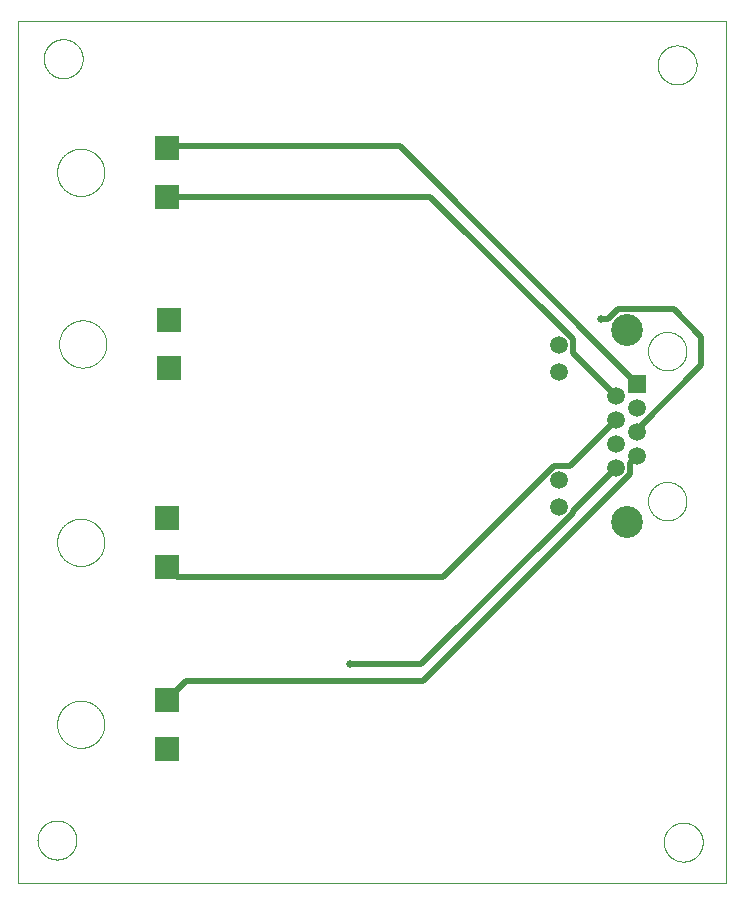
<source format=gtl>
G75*
%MOIN*%
%OFA0B0*%
%FSLAX25Y25*%
%IPPOS*%
%LPD*%
%AMOC8*
5,1,8,0,0,1.08239X$1,22.5*
%
%ADD10C,0.00000*%
%ADD11R,0.05937X0.05937*%
%ADD12C,0.05937*%
%ADD13C,0.10630*%
%ADD14R,0.08268X0.08268*%
%ADD15C,0.02000*%
%ADD16C,0.02578*%
D10*
X0005000Y0001000D02*
X0005000Y0288402D01*
X0241220Y0288402D01*
X0241220Y0001000D01*
X0005000Y0001000D01*
X0011591Y0015469D02*
X0011593Y0015630D01*
X0011599Y0015790D01*
X0011609Y0015951D01*
X0011623Y0016111D01*
X0011641Y0016271D01*
X0011662Y0016430D01*
X0011688Y0016589D01*
X0011718Y0016747D01*
X0011751Y0016904D01*
X0011789Y0017061D01*
X0011830Y0017216D01*
X0011875Y0017370D01*
X0011924Y0017523D01*
X0011977Y0017675D01*
X0012033Y0017826D01*
X0012094Y0017975D01*
X0012157Y0018123D01*
X0012225Y0018269D01*
X0012296Y0018413D01*
X0012370Y0018555D01*
X0012448Y0018696D01*
X0012530Y0018834D01*
X0012615Y0018971D01*
X0012703Y0019105D01*
X0012795Y0019237D01*
X0012890Y0019367D01*
X0012988Y0019495D01*
X0013089Y0019620D01*
X0013193Y0019742D01*
X0013300Y0019862D01*
X0013410Y0019979D01*
X0013523Y0020094D01*
X0013639Y0020205D01*
X0013758Y0020314D01*
X0013879Y0020419D01*
X0014003Y0020522D01*
X0014129Y0020622D01*
X0014257Y0020718D01*
X0014388Y0020811D01*
X0014522Y0020901D01*
X0014657Y0020988D01*
X0014795Y0021071D01*
X0014934Y0021151D01*
X0015076Y0021227D01*
X0015219Y0021300D01*
X0015364Y0021369D01*
X0015511Y0021435D01*
X0015659Y0021497D01*
X0015809Y0021555D01*
X0015960Y0021610D01*
X0016113Y0021661D01*
X0016267Y0021708D01*
X0016422Y0021751D01*
X0016578Y0021790D01*
X0016734Y0021826D01*
X0016892Y0021857D01*
X0017050Y0021885D01*
X0017209Y0021909D01*
X0017369Y0021929D01*
X0017529Y0021945D01*
X0017689Y0021957D01*
X0017850Y0021965D01*
X0018011Y0021969D01*
X0018171Y0021969D01*
X0018332Y0021965D01*
X0018493Y0021957D01*
X0018653Y0021945D01*
X0018813Y0021929D01*
X0018973Y0021909D01*
X0019132Y0021885D01*
X0019290Y0021857D01*
X0019448Y0021826D01*
X0019604Y0021790D01*
X0019760Y0021751D01*
X0019915Y0021708D01*
X0020069Y0021661D01*
X0020222Y0021610D01*
X0020373Y0021555D01*
X0020523Y0021497D01*
X0020671Y0021435D01*
X0020818Y0021369D01*
X0020963Y0021300D01*
X0021106Y0021227D01*
X0021248Y0021151D01*
X0021387Y0021071D01*
X0021525Y0020988D01*
X0021660Y0020901D01*
X0021794Y0020811D01*
X0021925Y0020718D01*
X0022053Y0020622D01*
X0022179Y0020522D01*
X0022303Y0020419D01*
X0022424Y0020314D01*
X0022543Y0020205D01*
X0022659Y0020094D01*
X0022772Y0019979D01*
X0022882Y0019862D01*
X0022989Y0019742D01*
X0023093Y0019620D01*
X0023194Y0019495D01*
X0023292Y0019367D01*
X0023387Y0019237D01*
X0023479Y0019105D01*
X0023567Y0018971D01*
X0023652Y0018834D01*
X0023734Y0018696D01*
X0023812Y0018555D01*
X0023886Y0018413D01*
X0023957Y0018269D01*
X0024025Y0018123D01*
X0024088Y0017975D01*
X0024149Y0017826D01*
X0024205Y0017675D01*
X0024258Y0017523D01*
X0024307Y0017370D01*
X0024352Y0017216D01*
X0024393Y0017061D01*
X0024431Y0016904D01*
X0024464Y0016747D01*
X0024494Y0016589D01*
X0024520Y0016430D01*
X0024541Y0016271D01*
X0024559Y0016111D01*
X0024573Y0015951D01*
X0024583Y0015790D01*
X0024589Y0015630D01*
X0024591Y0015469D01*
X0024589Y0015308D01*
X0024583Y0015148D01*
X0024573Y0014987D01*
X0024559Y0014827D01*
X0024541Y0014667D01*
X0024520Y0014508D01*
X0024494Y0014349D01*
X0024464Y0014191D01*
X0024431Y0014034D01*
X0024393Y0013877D01*
X0024352Y0013722D01*
X0024307Y0013568D01*
X0024258Y0013415D01*
X0024205Y0013263D01*
X0024149Y0013112D01*
X0024088Y0012963D01*
X0024025Y0012815D01*
X0023957Y0012669D01*
X0023886Y0012525D01*
X0023812Y0012383D01*
X0023734Y0012242D01*
X0023652Y0012104D01*
X0023567Y0011967D01*
X0023479Y0011833D01*
X0023387Y0011701D01*
X0023292Y0011571D01*
X0023194Y0011443D01*
X0023093Y0011318D01*
X0022989Y0011196D01*
X0022882Y0011076D01*
X0022772Y0010959D01*
X0022659Y0010844D01*
X0022543Y0010733D01*
X0022424Y0010624D01*
X0022303Y0010519D01*
X0022179Y0010416D01*
X0022053Y0010316D01*
X0021925Y0010220D01*
X0021794Y0010127D01*
X0021660Y0010037D01*
X0021525Y0009950D01*
X0021387Y0009867D01*
X0021248Y0009787D01*
X0021106Y0009711D01*
X0020963Y0009638D01*
X0020818Y0009569D01*
X0020671Y0009503D01*
X0020523Y0009441D01*
X0020373Y0009383D01*
X0020222Y0009328D01*
X0020069Y0009277D01*
X0019915Y0009230D01*
X0019760Y0009187D01*
X0019604Y0009148D01*
X0019448Y0009112D01*
X0019290Y0009081D01*
X0019132Y0009053D01*
X0018973Y0009029D01*
X0018813Y0009009D01*
X0018653Y0008993D01*
X0018493Y0008981D01*
X0018332Y0008973D01*
X0018171Y0008969D01*
X0018011Y0008969D01*
X0017850Y0008973D01*
X0017689Y0008981D01*
X0017529Y0008993D01*
X0017369Y0009009D01*
X0017209Y0009029D01*
X0017050Y0009053D01*
X0016892Y0009081D01*
X0016734Y0009112D01*
X0016578Y0009148D01*
X0016422Y0009187D01*
X0016267Y0009230D01*
X0016113Y0009277D01*
X0015960Y0009328D01*
X0015809Y0009383D01*
X0015659Y0009441D01*
X0015511Y0009503D01*
X0015364Y0009569D01*
X0015219Y0009638D01*
X0015076Y0009711D01*
X0014934Y0009787D01*
X0014795Y0009867D01*
X0014657Y0009950D01*
X0014522Y0010037D01*
X0014388Y0010127D01*
X0014257Y0010220D01*
X0014129Y0010316D01*
X0014003Y0010416D01*
X0013879Y0010519D01*
X0013758Y0010624D01*
X0013639Y0010733D01*
X0013523Y0010844D01*
X0013410Y0010959D01*
X0013300Y0011076D01*
X0013193Y0011196D01*
X0013089Y0011318D01*
X0012988Y0011443D01*
X0012890Y0011571D01*
X0012795Y0011701D01*
X0012703Y0011833D01*
X0012615Y0011967D01*
X0012530Y0012104D01*
X0012448Y0012242D01*
X0012370Y0012383D01*
X0012296Y0012525D01*
X0012225Y0012669D01*
X0012157Y0012815D01*
X0012094Y0012963D01*
X0012033Y0013112D01*
X0011977Y0013263D01*
X0011924Y0013415D01*
X0011875Y0013568D01*
X0011830Y0013722D01*
X0011789Y0013877D01*
X0011751Y0014034D01*
X0011718Y0014191D01*
X0011688Y0014349D01*
X0011662Y0014508D01*
X0011641Y0014667D01*
X0011623Y0014827D01*
X0011609Y0014987D01*
X0011599Y0015148D01*
X0011593Y0015308D01*
X0011591Y0015469D01*
X0018110Y0054051D02*
X0018112Y0054244D01*
X0018119Y0054437D01*
X0018131Y0054630D01*
X0018148Y0054823D01*
X0018169Y0055015D01*
X0018195Y0055206D01*
X0018226Y0055397D01*
X0018261Y0055587D01*
X0018301Y0055776D01*
X0018346Y0055964D01*
X0018395Y0056151D01*
X0018449Y0056337D01*
X0018507Y0056521D01*
X0018570Y0056704D01*
X0018638Y0056885D01*
X0018709Y0057064D01*
X0018786Y0057242D01*
X0018866Y0057418D01*
X0018951Y0057591D01*
X0019040Y0057763D01*
X0019133Y0057932D01*
X0019230Y0058099D01*
X0019332Y0058264D01*
X0019437Y0058426D01*
X0019546Y0058585D01*
X0019660Y0058742D01*
X0019777Y0058895D01*
X0019897Y0059046D01*
X0020022Y0059194D01*
X0020150Y0059339D01*
X0020281Y0059480D01*
X0020416Y0059619D01*
X0020555Y0059754D01*
X0020696Y0059885D01*
X0020841Y0060013D01*
X0020989Y0060138D01*
X0021140Y0060258D01*
X0021293Y0060375D01*
X0021450Y0060489D01*
X0021609Y0060598D01*
X0021771Y0060703D01*
X0021936Y0060805D01*
X0022103Y0060902D01*
X0022272Y0060995D01*
X0022444Y0061084D01*
X0022617Y0061169D01*
X0022793Y0061249D01*
X0022971Y0061326D01*
X0023150Y0061397D01*
X0023331Y0061465D01*
X0023514Y0061528D01*
X0023698Y0061586D01*
X0023884Y0061640D01*
X0024071Y0061689D01*
X0024259Y0061734D01*
X0024448Y0061774D01*
X0024638Y0061809D01*
X0024829Y0061840D01*
X0025020Y0061866D01*
X0025212Y0061887D01*
X0025405Y0061904D01*
X0025598Y0061916D01*
X0025791Y0061923D01*
X0025984Y0061925D01*
X0026177Y0061923D01*
X0026370Y0061916D01*
X0026563Y0061904D01*
X0026756Y0061887D01*
X0026948Y0061866D01*
X0027139Y0061840D01*
X0027330Y0061809D01*
X0027520Y0061774D01*
X0027709Y0061734D01*
X0027897Y0061689D01*
X0028084Y0061640D01*
X0028270Y0061586D01*
X0028454Y0061528D01*
X0028637Y0061465D01*
X0028818Y0061397D01*
X0028997Y0061326D01*
X0029175Y0061249D01*
X0029351Y0061169D01*
X0029524Y0061084D01*
X0029696Y0060995D01*
X0029865Y0060902D01*
X0030032Y0060805D01*
X0030197Y0060703D01*
X0030359Y0060598D01*
X0030518Y0060489D01*
X0030675Y0060375D01*
X0030828Y0060258D01*
X0030979Y0060138D01*
X0031127Y0060013D01*
X0031272Y0059885D01*
X0031413Y0059754D01*
X0031552Y0059619D01*
X0031687Y0059480D01*
X0031818Y0059339D01*
X0031946Y0059194D01*
X0032071Y0059046D01*
X0032191Y0058895D01*
X0032308Y0058742D01*
X0032422Y0058585D01*
X0032531Y0058426D01*
X0032636Y0058264D01*
X0032738Y0058099D01*
X0032835Y0057932D01*
X0032928Y0057763D01*
X0033017Y0057591D01*
X0033102Y0057418D01*
X0033182Y0057242D01*
X0033259Y0057064D01*
X0033330Y0056885D01*
X0033398Y0056704D01*
X0033461Y0056521D01*
X0033519Y0056337D01*
X0033573Y0056151D01*
X0033622Y0055964D01*
X0033667Y0055776D01*
X0033707Y0055587D01*
X0033742Y0055397D01*
X0033773Y0055206D01*
X0033799Y0055015D01*
X0033820Y0054823D01*
X0033837Y0054630D01*
X0033849Y0054437D01*
X0033856Y0054244D01*
X0033858Y0054051D01*
X0033856Y0053858D01*
X0033849Y0053665D01*
X0033837Y0053472D01*
X0033820Y0053279D01*
X0033799Y0053087D01*
X0033773Y0052896D01*
X0033742Y0052705D01*
X0033707Y0052515D01*
X0033667Y0052326D01*
X0033622Y0052138D01*
X0033573Y0051951D01*
X0033519Y0051765D01*
X0033461Y0051581D01*
X0033398Y0051398D01*
X0033330Y0051217D01*
X0033259Y0051038D01*
X0033182Y0050860D01*
X0033102Y0050684D01*
X0033017Y0050511D01*
X0032928Y0050339D01*
X0032835Y0050170D01*
X0032738Y0050003D01*
X0032636Y0049838D01*
X0032531Y0049676D01*
X0032422Y0049517D01*
X0032308Y0049360D01*
X0032191Y0049207D01*
X0032071Y0049056D01*
X0031946Y0048908D01*
X0031818Y0048763D01*
X0031687Y0048622D01*
X0031552Y0048483D01*
X0031413Y0048348D01*
X0031272Y0048217D01*
X0031127Y0048089D01*
X0030979Y0047964D01*
X0030828Y0047844D01*
X0030675Y0047727D01*
X0030518Y0047613D01*
X0030359Y0047504D01*
X0030197Y0047399D01*
X0030032Y0047297D01*
X0029865Y0047200D01*
X0029696Y0047107D01*
X0029524Y0047018D01*
X0029351Y0046933D01*
X0029175Y0046853D01*
X0028997Y0046776D01*
X0028818Y0046705D01*
X0028637Y0046637D01*
X0028454Y0046574D01*
X0028270Y0046516D01*
X0028084Y0046462D01*
X0027897Y0046413D01*
X0027709Y0046368D01*
X0027520Y0046328D01*
X0027330Y0046293D01*
X0027139Y0046262D01*
X0026948Y0046236D01*
X0026756Y0046215D01*
X0026563Y0046198D01*
X0026370Y0046186D01*
X0026177Y0046179D01*
X0025984Y0046177D01*
X0025791Y0046179D01*
X0025598Y0046186D01*
X0025405Y0046198D01*
X0025212Y0046215D01*
X0025020Y0046236D01*
X0024829Y0046262D01*
X0024638Y0046293D01*
X0024448Y0046328D01*
X0024259Y0046368D01*
X0024071Y0046413D01*
X0023884Y0046462D01*
X0023698Y0046516D01*
X0023514Y0046574D01*
X0023331Y0046637D01*
X0023150Y0046705D01*
X0022971Y0046776D01*
X0022793Y0046853D01*
X0022617Y0046933D01*
X0022444Y0047018D01*
X0022272Y0047107D01*
X0022103Y0047200D01*
X0021936Y0047297D01*
X0021771Y0047399D01*
X0021609Y0047504D01*
X0021450Y0047613D01*
X0021293Y0047727D01*
X0021140Y0047844D01*
X0020989Y0047964D01*
X0020841Y0048089D01*
X0020696Y0048217D01*
X0020555Y0048348D01*
X0020416Y0048483D01*
X0020281Y0048622D01*
X0020150Y0048763D01*
X0020022Y0048908D01*
X0019897Y0049056D01*
X0019777Y0049207D01*
X0019660Y0049360D01*
X0019546Y0049517D01*
X0019437Y0049676D01*
X0019332Y0049838D01*
X0019230Y0050003D01*
X0019133Y0050170D01*
X0019040Y0050339D01*
X0018951Y0050511D01*
X0018866Y0050684D01*
X0018786Y0050860D01*
X0018709Y0051038D01*
X0018638Y0051217D01*
X0018570Y0051398D01*
X0018507Y0051581D01*
X0018449Y0051765D01*
X0018395Y0051951D01*
X0018346Y0052138D01*
X0018301Y0052326D01*
X0018261Y0052515D01*
X0018226Y0052705D01*
X0018195Y0052896D01*
X0018169Y0053087D01*
X0018148Y0053279D01*
X0018131Y0053472D01*
X0018119Y0053665D01*
X0018112Y0053858D01*
X0018110Y0054051D01*
X0018110Y0114681D02*
X0018112Y0114874D01*
X0018119Y0115067D01*
X0018131Y0115260D01*
X0018148Y0115453D01*
X0018169Y0115645D01*
X0018195Y0115836D01*
X0018226Y0116027D01*
X0018261Y0116217D01*
X0018301Y0116406D01*
X0018346Y0116594D01*
X0018395Y0116781D01*
X0018449Y0116967D01*
X0018507Y0117151D01*
X0018570Y0117334D01*
X0018638Y0117515D01*
X0018709Y0117694D01*
X0018786Y0117872D01*
X0018866Y0118048D01*
X0018951Y0118221D01*
X0019040Y0118393D01*
X0019133Y0118562D01*
X0019230Y0118729D01*
X0019332Y0118894D01*
X0019437Y0119056D01*
X0019546Y0119215D01*
X0019660Y0119372D01*
X0019777Y0119525D01*
X0019897Y0119676D01*
X0020022Y0119824D01*
X0020150Y0119969D01*
X0020281Y0120110D01*
X0020416Y0120249D01*
X0020555Y0120384D01*
X0020696Y0120515D01*
X0020841Y0120643D01*
X0020989Y0120768D01*
X0021140Y0120888D01*
X0021293Y0121005D01*
X0021450Y0121119D01*
X0021609Y0121228D01*
X0021771Y0121333D01*
X0021936Y0121435D01*
X0022103Y0121532D01*
X0022272Y0121625D01*
X0022444Y0121714D01*
X0022617Y0121799D01*
X0022793Y0121879D01*
X0022971Y0121956D01*
X0023150Y0122027D01*
X0023331Y0122095D01*
X0023514Y0122158D01*
X0023698Y0122216D01*
X0023884Y0122270D01*
X0024071Y0122319D01*
X0024259Y0122364D01*
X0024448Y0122404D01*
X0024638Y0122439D01*
X0024829Y0122470D01*
X0025020Y0122496D01*
X0025212Y0122517D01*
X0025405Y0122534D01*
X0025598Y0122546D01*
X0025791Y0122553D01*
X0025984Y0122555D01*
X0026177Y0122553D01*
X0026370Y0122546D01*
X0026563Y0122534D01*
X0026756Y0122517D01*
X0026948Y0122496D01*
X0027139Y0122470D01*
X0027330Y0122439D01*
X0027520Y0122404D01*
X0027709Y0122364D01*
X0027897Y0122319D01*
X0028084Y0122270D01*
X0028270Y0122216D01*
X0028454Y0122158D01*
X0028637Y0122095D01*
X0028818Y0122027D01*
X0028997Y0121956D01*
X0029175Y0121879D01*
X0029351Y0121799D01*
X0029524Y0121714D01*
X0029696Y0121625D01*
X0029865Y0121532D01*
X0030032Y0121435D01*
X0030197Y0121333D01*
X0030359Y0121228D01*
X0030518Y0121119D01*
X0030675Y0121005D01*
X0030828Y0120888D01*
X0030979Y0120768D01*
X0031127Y0120643D01*
X0031272Y0120515D01*
X0031413Y0120384D01*
X0031552Y0120249D01*
X0031687Y0120110D01*
X0031818Y0119969D01*
X0031946Y0119824D01*
X0032071Y0119676D01*
X0032191Y0119525D01*
X0032308Y0119372D01*
X0032422Y0119215D01*
X0032531Y0119056D01*
X0032636Y0118894D01*
X0032738Y0118729D01*
X0032835Y0118562D01*
X0032928Y0118393D01*
X0033017Y0118221D01*
X0033102Y0118048D01*
X0033182Y0117872D01*
X0033259Y0117694D01*
X0033330Y0117515D01*
X0033398Y0117334D01*
X0033461Y0117151D01*
X0033519Y0116967D01*
X0033573Y0116781D01*
X0033622Y0116594D01*
X0033667Y0116406D01*
X0033707Y0116217D01*
X0033742Y0116027D01*
X0033773Y0115836D01*
X0033799Y0115645D01*
X0033820Y0115453D01*
X0033837Y0115260D01*
X0033849Y0115067D01*
X0033856Y0114874D01*
X0033858Y0114681D01*
X0033856Y0114488D01*
X0033849Y0114295D01*
X0033837Y0114102D01*
X0033820Y0113909D01*
X0033799Y0113717D01*
X0033773Y0113526D01*
X0033742Y0113335D01*
X0033707Y0113145D01*
X0033667Y0112956D01*
X0033622Y0112768D01*
X0033573Y0112581D01*
X0033519Y0112395D01*
X0033461Y0112211D01*
X0033398Y0112028D01*
X0033330Y0111847D01*
X0033259Y0111668D01*
X0033182Y0111490D01*
X0033102Y0111314D01*
X0033017Y0111141D01*
X0032928Y0110969D01*
X0032835Y0110800D01*
X0032738Y0110633D01*
X0032636Y0110468D01*
X0032531Y0110306D01*
X0032422Y0110147D01*
X0032308Y0109990D01*
X0032191Y0109837D01*
X0032071Y0109686D01*
X0031946Y0109538D01*
X0031818Y0109393D01*
X0031687Y0109252D01*
X0031552Y0109113D01*
X0031413Y0108978D01*
X0031272Y0108847D01*
X0031127Y0108719D01*
X0030979Y0108594D01*
X0030828Y0108474D01*
X0030675Y0108357D01*
X0030518Y0108243D01*
X0030359Y0108134D01*
X0030197Y0108029D01*
X0030032Y0107927D01*
X0029865Y0107830D01*
X0029696Y0107737D01*
X0029524Y0107648D01*
X0029351Y0107563D01*
X0029175Y0107483D01*
X0028997Y0107406D01*
X0028818Y0107335D01*
X0028637Y0107267D01*
X0028454Y0107204D01*
X0028270Y0107146D01*
X0028084Y0107092D01*
X0027897Y0107043D01*
X0027709Y0106998D01*
X0027520Y0106958D01*
X0027330Y0106923D01*
X0027139Y0106892D01*
X0026948Y0106866D01*
X0026756Y0106845D01*
X0026563Y0106828D01*
X0026370Y0106816D01*
X0026177Y0106809D01*
X0025984Y0106807D01*
X0025791Y0106809D01*
X0025598Y0106816D01*
X0025405Y0106828D01*
X0025212Y0106845D01*
X0025020Y0106866D01*
X0024829Y0106892D01*
X0024638Y0106923D01*
X0024448Y0106958D01*
X0024259Y0106998D01*
X0024071Y0107043D01*
X0023884Y0107092D01*
X0023698Y0107146D01*
X0023514Y0107204D01*
X0023331Y0107267D01*
X0023150Y0107335D01*
X0022971Y0107406D01*
X0022793Y0107483D01*
X0022617Y0107563D01*
X0022444Y0107648D01*
X0022272Y0107737D01*
X0022103Y0107830D01*
X0021936Y0107927D01*
X0021771Y0108029D01*
X0021609Y0108134D01*
X0021450Y0108243D01*
X0021293Y0108357D01*
X0021140Y0108474D01*
X0020989Y0108594D01*
X0020841Y0108719D01*
X0020696Y0108847D01*
X0020555Y0108978D01*
X0020416Y0109113D01*
X0020281Y0109252D01*
X0020150Y0109393D01*
X0020022Y0109538D01*
X0019897Y0109686D01*
X0019777Y0109837D01*
X0019660Y0109990D01*
X0019546Y0110147D01*
X0019437Y0110306D01*
X0019332Y0110468D01*
X0019230Y0110633D01*
X0019133Y0110800D01*
X0019040Y0110969D01*
X0018951Y0111141D01*
X0018866Y0111314D01*
X0018786Y0111490D01*
X0018709Y0111668D01*
X0018638Y0111847D01*
X0018570Y0112028D01*
X0018507Y0112211D01*
X0018449Y0112395D01*
X0018395Y0112581D01*
X0018346Y0112768D01*
X0018301Y0112956D01*
X0018261Y0113145D01*
X0018226Y0113335D01*
X0018195Y0113526D01*
X0018169Y0113717D01*
X0018148Y0113909D01*
X0018131Y0114102D01*
X0018119Y0114295D01*
X0018112Y0114488D01*
X0018110Y0114681D01*
X0018799Y0180823D02*
X0018801Y0181016D01*
X0018808Y0181209D01*
X0018820Y0181402D01*
X0018837Y0181595D01*
X0018858Y0181787D01*
X0018884Y0181978D01*
X0018915Y0182169D01*
X0018950Y0182359D01*
X0018990Y0182548D01*
X0019035Y0182736D01*
X0019084Y0182923D01*
X0019138Y0183109D01*
X0019196Y0183293D01*
X0019259Y0183476D01*
X0019327Y0183657D01*
X0019398Y0183836D01*
X0019475Y0184014D01*
X0019555Y0184190D01*
X0019640Y0184363D01*
X0019729Y0184535D01*
X0019822Y0184704D01*
X0019919Y0184871D01*
X0020021Y0185036D01*
X0020126Y0185198D01*
X0020235Y0185357D01*
X0020349Y0185514D01*
X0020466Y0185667D01*
X0020586Y0185818D01*
X0020711Y0185966D01*
X0020839Y0186111D01*
X0020970Y0186252D01*
X0021105Y0186391D01*
X0021244Y0186526D01*
X0021385Y0186657D01*
X0021530Y0186785D01*
X0021678Y0186910D01*
X0021829Y0187030D01*
X0021982Y0187147D01*
X0022139Y0187261D01*
X0022298Y0187370D01*
X0022460Y0187475D01*
X0022625Y0187577D01*
X0022792Y0187674D01*
X0022961Y0187767D01*
X0023133Y0187856D01*
X0023306Y0187941D01*
X0023482Y0188021D01*
X0023660Y0188098D01*
X0023839Y0188169D01*
X0024020Y0188237D01*
X0024203Y0188300D01*
X0024387Y0188358D01*
X0024573Y0188412D01*
X0024760Y0188461D01*
X0024948Y0188506D01*
X0025137Y0188546D01*
X0025327Y0188581D01*
X0025518Y0188612D01*
X0025709Y0188638D01*
X0025901Y0188659D01*
X0026094Y0188676D01*
X0026287Y0188688D01*
X0026480Y0188695D01*
X0026673Y0188697D01*
X0026866Y0188695D01*
X0027059Y0188688D01*
X0027252Y0188676D01*
X0027445Y0188659D01*
X0027637Y0188638D01*
X0027828Y0188612D01*
X0028019Y0188581D01*
X0028209Y0188546D01*
X0028398Y0188506D01*
X0028586Y0188461D01*
X0028773Y0188412D01*
X0028959Y0188358D01*
X0029143Y0188300D01*
X0029326Y0188237D01*
X0029507Y0188169D01*
X0029686Y0188098D01*
X0029864Y0188021D01*
X0030040Y0187941D01*
X0030213Y0187856D01*
X0030385Y0187767D01*
X0030554Y0187674D01*
X0030721Y0187577D01*
X0030886Y0187475D01*
X0031048Y0187370D01*
X0031207Y0187261D01*
X0031364Y0187147D01*
X0031517Y0187030D01*
X0031668Y0186910D01*
X0031816Y0186785D01*
X0031961Y0186657D01*
X0032102Y0186526D01*
X0032241Y0186391D01*
X0032376Y0186252D01*
X0032507Y0186111D01*
X0032635Y0185966D01*
X0032760Y0185818D01*
X0032880Y0185667D01*
X0032997Y0185514D01*
X0033111Y0185357D01*
X0033220Y0185198D01*
X0033325Y0185036D01*
X0033427Y0184871D01*
X0033524Y0184704D01*
X0033617Y0184535D01*
X0033706Y0184363D01*
X0033791Y0184190D01*
X0033871Y0184014D01*
X0033948Y0183836D01*
X0034019Y0183657D01*
X0034087Y0183476D01*
X0034150Y0183293D01*
X0034208Y0183109D01*
X0034262Y0182923D01*
X0034311Y0182736D01*
X0034356Y0182548D01*
X0034396Y0182359D01*
X0034431Y0182169D01*
X0034462Y0181978D01*
X0034488Y0181787D01*
X0034509Y0181595D01*
X0034526Y0181402D01*
X0034538Y0181209D01*
X0034545Y0181016D01*
X0034547Y0180823D01*
X0034545Y0180630D01*
X0034538Y0180437D01*
X0034526Y0180244D01*
X0034509Y0180051D01*
X0034488Y0179859D01*
X0034462Y0179668D01*
X0034431Y0179477D01*
X0034396Y0179287D01*
X0034356Y0179098D01*
X0034311Y0178910D01*
X0034262Y0178723D01*
X0034208Y0178537D01*
X0034150Y0178353D01*
X0034087Y0178170D01*
X0034019Y0177989D01*
X0033948Y0177810D01*
X0033871Y0177632D01*
X0033791Y0177456D01*
X0033706Y0177283D01*
X0033617Y0177111D01*
X0033524Y0176942D01*
X0033427Y0176775D01*
X0033325Y0176610D01*
X0033220Y0176448D01*
X0033111Y0176289D01*
X0032997Y0176132D01*
X0032880Y0175979D01*
X0032760Y0175828D01*
X0032635Y0175680D01*
X0032507Y0175535D01*
X0032376Y0175394D01*
X0032241Y0175255D01*
X0032102Y0175120D01*
X0031961Y0174989D01*
X0031816Y0174861D01*
X0031668Y0174736D01*
X0031517Y0174616D01*
X0031364Y0174499D01*
X0031207Y0174385D01*
X0031048Y0174276D01*
X0030886Y0174171D01*
X0030721Y0174069D01*
X0030554Y0173972D01*
X0030385Y0173879D01*
X0030213Y0173790D01*
X0030040Y0173705D01*
X0029864Y0173625D01*
X0029686Y0173548D01*
X0029507Y0173477D01*
X0029326Y0173409D01*
X0029143Y0173346D01*
X0028959Y0173288D01*
X0028773Y0173234D01*
X0028586Y0173185D01*
X0028398Y0173140D01*
X0028209Y0173100D01*
X0028019Y0173065D01*
X0027828Y0173034D01*
X0027637Y0173008D01*
X0027445Y0172987D01*
X0027252Y0172970D01*
X0027059Y0172958D01*
X0026866Y0172951D01*
X0026673Y0172949D01*
X0026480Y0172951D01*
X0026287Y0172958D01*
X0026094Y0172970D01*
X0025901Y0172987D01*
X0025709Y0173008D01*
X0025518Y0173034D01*
X0025327Y0173065D01*
X0025137Y0173100D01*
X0024948Y0173140D01*
X0024760Y0173185D01*
X0024573Y0173234D01*
X0024387Y0173288D01*
X0024203Y0173346D01*
X0024020Y0173409D01*
X0023839Y0173477D01*
X0023660Y0173548D01*
X0023482Y0173625D01*
X0023306Y0173705D01*
X0023133Y0173790D01*
X0022961Y0173879D01*
X0022792Y0173972D01*
X0022625Y0174069D01*
X0022460Y0174171D01*
X0022298Y0174276D01*
X0022139Y0174385D01*
X0021982Y0174499D01*
X0021829Y0174616D01*
X0021678Y0174736D01*
X0021530Y0174861D01*
X0021385Y0174989D01*
X0021244Y0175120D01*
X0021105Y0175255D01*
X0020970Y0175394D01*
X0020839Y0175535D01*
X0020711Y0175680D01*
X0020586Y0175828D01*
X0020466Y0175979D01*
X0020349Y0176132D01*
X0020235Y0176289D01*
X0020126Y0176448D01*
X0020021Y0176610D01*
X0019919Y0176775D01*
X0019822Y0176942D01*
X0019729Y0177111D01*
X0019640Y0177283D01*
X0019555Y0177456D01*
X0019475Y0177632D01*
X0019398Y0177810D01*
X0019327Y0177989D01*
X0019259Y0178170D01*
X0019196Y0178353D01*
X0019138Y0178537D01*
X0019084Y0178723D01*
X0019035Y0178910D01*
X0018990Y0179098D01*
X0018950Y0179287D01*
X0018915Y0179477D01*
X0018884Y0179668D01*
X0018858Y0179859D01*
X0018837Y0180051D01*
X0018820Y0180244D01*
X0018808Y0180437D01*
X0018801Y0180630D01*
X0018799Y0180823D01*
X0018110Y0238008D02*
X0018112Y0238201D01*
X0018119Y0238394D01*
X0018131Y0238587D01*
X0018148Y0238780D01*
X0018169Y0238972D01*
X0018195Y0239163D01*
X0018226Y0239354D01*
X0018261Y0239544D01*
X0018301Y0239733D01*
X0018346Y0239921D01*
X0018395Y0240108D01*
X0018449Y0240294D01*
X0018507Y0240478D01*
X0018570Y0240661D01*
X0018638Y0240842D01*
X0018709Y0241021D01*
X0018786Y0241199D01*
X0018866Y0241375D01*
X0018951Y0241548D01*
X0019040Y0241720D01*
X0019133Y0241889D01*
X0019230Y0242056D01*
X0019332Y0242221D01*
X0019437Y0242383D01*
X0019546Y0242542D01*
X0019660Y0242699D01*
X0019777Y0242852D01*
X0019897Y0243003D01*
X0020022Y0243151D01*
X0020150Y0243296D01*
X0020281Y0243437D01*
X0020416Y0243576D01*
X0020555Y0243711D01*
X0020696Y0243842D01*
X0020841Y0243970D01*
X0020989Y0244095D01*
X0021140Y0244215D01*
X0021293Y0244332D01*
X0021450Y0244446D01*
X0021609Y0244555D01*
X0021771Y0244660D01*
X0021936Y0244762D01*
X0022103Y0244859D01*
X0022272Y0244952D01*
X0022444Y0245041D01*
X0022617Y0245126D01*
X0022793Y0245206D01*
X0022971Y0245283D01*
X0023150Y0245354D01*
X0023331Y0245422D01*
X0023514Y0245485D01*
X0023698Y0245543D01*
X0023884Y0245597D01*
X0024071Y0245646D01*
X0024259Y0245691D01*
X0024448Y0245731D01*
X0024638Y0245766D01*
X0024829Y0245797D01*
X0025020Y0245823D01*
X0025212Y0245844D01*
X0025405Y0245861D01*
X0025598Y0245873D01*
X0025791Y0245880D01*
X0025984Y0245882D01*
X0026177Y0245880D01*
X0026370Y0245873D01*
X0026563Y0245861D01*
X0026756Y0245844D01*
X0026948Y0245823D01*
X0027139Y0245797D01*
X0027330Y0245766D01*
X0027520Y0245731D01*
X0027709Y0245691D01*
X0027897Y0245646D01*
X0028084Y0245597D01*
X0028270Y0245543D01*
X0028454Y0245485D01*
X0028637Y0245422D01*
X0028818Y0245354D01*
X0028997Y0245283D01*
X0029175Y0245206D01*
X0029351Y0245126D01*
X0029524Y0245041D01*
X0029696Y0244952D01*
X0029865Y0244859D01*
X0030032Y0244762D01*
X0030197Y0244660D01*
X0030359Y0244555D01*
X0030518Y0244446D01*
X0030675Y0244332D01*
X0030828Y0244215D01*
X0030979Y0244095D01*
X0031127Y0243970D01*
X0031272Y0243842D01*
X0031413Y0243711D01*
X0031552Y0243576D01*
X0031687Y0243437D01*
X0031818Y0243296D01*
X0031946Y0243151D01*
X0032071Y0243003D01*
X0032191Y0242852D01*
X0032308Y0242699D01*
X0032422Y0242542D01*
X0032531Y0242383D01*
X0032636Y0242221D01*
X0032738Y0242056D01*
X0032835Y0241889D01*
X0032928Y0241720D01*
X0033017Y0241548D01*
X0033102Y0241375D01*
X0033182Y0241199D01*
X0033259Y0241021D01*
X0033330Y0240842D01*
X0033398Y0240661D01*
X0033461Y0240478D01*
X0033519Y0240294D01*
X0033573Y0240108D01*
X0033622Y0239921D01*
X0033667Y0239733D01*
X0033707Y0239544D01*
X0033742Y0239354D01*
X0033773Y0239163D01*
X0033799Y0238972D01*
X0033820Y0238780D01*
X0033837Y0238587D01*
X0033849Y0238394D01*
X0033856Y0238201D01*
X0033858Y0238008D01*
X0033856Y0237815D01*
X0033849Y0237622D01*
X0033837Y0237429D01*
X0033820Y0237236D01*
X0033799Y0237044D01*
X0033773Y0236853D01*
X0033742Y0236662D01*
X0033707Y0236472D01*
X0033667Y0236283D01*
X0033622Y0236095D01*
X0033573Y0235908D01*
X0033519Y0235722D01*
X0033461Y0235538D01*
X0033398Y0235355D01*
X0033330Y0235174D01*
X0033259Y0234995D01*
X0033182Y0234817D01*
X0033102Y0234641D01*
X0033017Y0234468D01*
X0032928Y0234296D01*
X0032835Y0234127D01*
X0032738Y0233960D01*
X0032636Y0233795D01*
X0032531Y0233633D01*
X0032422Y0233474D01*
X0032308Y0233317D01*
X0032191Y0233164D01*
X0032071Y0233013D01*
X0031946Y0232865D01*
X0031818Y0232720D01*
X0031687Y0232579D01*
X0031552Y0232440D01*
X0031413Y0232305D01*
X0031272Y0232174D01*
X0031127Y0232046D01*
X0030979Y0231921D01*
X0030828Y0231801D01*
X0030675Y0231684D01*
X0030518Y0231570D01*
X0030359Y0231461D01*
X0030197Y0231356D01*
X0030032Y0231254D01*
X0029865Y0231157D01*
X0029696Y0231064D01*
X0029524Y0230975D01*
X0029351Y0230890D01*
X0029175Y0230810D01*
X0028997Y0230733D01*
X0028818Y0230662D01*
X0028637Y0230594D01*
X0028454Y0230531D01*
X0028270Y0230473D01*
X0028084Y0230419D01*
X0027897Y0230370D01*
X0027709Y0230325D01*
X0027520Y0230285D01*
X0027330Y0230250D01*
X0027139Y0230219D01*
X0026948Y0230193D01*
X0026756Y0230172D01*
X0026563Y0230155D01*
X0026370Y0230143D01*
X0026177Y0230136D01*
X0025984Y0230134D01*
X0025791Y0230136D01*
X0025598Y0230143D01*
X0025405Y0230155D01*
X0025212Y0230172D01*
X0025020Y0230193D01*
X0024829Y0230219D01*
X0024638Y0230250D01*
X0024448Y0230285D01*
X0024259Y0230325D01*
X0024071Y0230370D01*
X0023884Y0230419D01*
X0023698Y0230473D01*
X0023514Y0230531D01*
X0023331Y0230594D01*
X0023150Y0230662D01*
X0022971Y0230733D01*
X0022793Y0230810D01*
X0022617Y0230890D01*
X0022444Y0230975D01*
X0022272Y0231064D01*
X0022103Y0231157D01*
X0021936Y0231254D01*
X0021771Y0231356D01*
X0021609Y0231461D01*
X0021450Y0231570D01*
X0021293Y0231684D01*
X0021140Y0231801D01*
X0020989Y0231921D01*
X0020841Y0232046D01*
X0020696Y0232174D01*
X0020555Y0232305D01*
X0020416Y0232440D01*
X0020281Y0232579D01*
X0020150Y0232720D01*
X0020022Y0232865D01*
X0019897Y0233013D01*
X0019777Y0233164D01*
X0019660Y0233317D01*
X0019546Y0233474D01*
X0019437Y0233633D01*
X0019332Y0233795D01*
X0019230Y0233960D01*
X0019133Y0234127D01*
X0019040Y0234296D01*
X0018951Y0234468D01*
X0018866Y0234641D01*
X0018786Y0234817D01*
X0018709Y0234995D01*
X0018638Y0235174D01*
X0018570Y0235355D01*
X0018507Y0235538D01*
X0018449Y0235722D01*
X0018395Y0235908D01*
X0018346Y0236095D01*
X0018301Y0236283D01*
X0018261Y0236472D01*
X0018226Y0236662D01*
X0018195Y0236853D01*
X0018169Y0237044D01*
X0018148Y0237236D01*
X0018131Y0237429D01*
X0018119Y0237622D01*
X0018112Y0237815D01*
X0018110Y0238008D01*
X0013657Y0275902D02*
X0013659Y0276063D01*
X0013665Y0276223D01*
X0013675Y0276384D01*
X0013689Y0276544D01*
X0013707Y0276704D01*
X0013728Y0276863D01*
X0013754Y0277022D01*
X0013784Y0277180D01*
X0013817Y0277337D01*
X0013855Y0277494D01*
X0013896Y0277649D01*
X0013941Y0277803D01*
X0013990Y0277956D01*
X0014043Y0278108D01*
X0014099Y0278259D01*
X0014160Y0278408D01*
X0014223Y0278556D01*
X0014291Y0278702D01*
X0014362Y0278846D01*
X0014436Y0278988D01*
X0014514Y0279129D01*
X0014596Y0279267D01*
X0014681Y0279404D01*
X0014769Y0279538D01*
X0014861Y0279670D01*
X0014956Y0279800D01*
X0015054Y0279928D01*
X0015155Y0280053D01*
X0015259Y0280175D01*
X0015366Y0280295D01*
X0015476Y0280412D01*
X0015589Y0280527D01*
X0015705Y0280638D01*
X0015824Y0280747D01*
X0015945Y0280852D01*
X0016069Y0280955D01*
X0016195Y0281055D01*
X0016323Y0281151D01*
X0016454Y0281244D01*
X0016588Y0281334D01*
X0016723Y0281421D01*
X0016861Y0281504D01*
X0017000Y0281584D01*
X0017142Y0281660D01*
X0017285Y0281733D01*
X0017430Y0281802D01*
X0017577Y0281868D01*
X0017725Y0281930D01*
X0017875Y0281988D01*
X0018026Y0282043D01*
X0018179Y0282094D01*
X0018333Y0282141D01*
X0018488Y0282184D01*
X0018644Y0282223D01*
X0018800Y0282259D01*
X0018958Y0282290D01*
X0019116Y0282318D01*
X0019275Y0282342D01*
X0019435Y0282362D01*
X0019595Y0282378D01*
X0019755Y0282390D01*
X0019916Y0282398D01*
X0020077Y0282402D01*
X0020237Y0282402D01*
X0020398Y0282398D01*
X0020559Y0282390D01*
X0020719Y0282378D01*
X0020879Y0282362D01*
X0021039Y0282342D01*
X0021198Y0282318D01*
X0021356Y0282290D01*
X0021514Y0282259D01*
X0021670Y0282223D01*
X0021826Y0282184D01*
X0021981Y0282141D01*
X0022135Y0282094D01*
X0022288Y0282043D01*
X0022439Y0281988D01*
X0022589Y0281930D01*
X0022737Y0281868D01*
X0022884Y0281802D01*
X0023029Y0281733D01*
X0023172Y0281660D01*
X0023314Y0281584D01*
X0023453Y0281504D01*
X0023591Y0281421D01*
X0023726Y0281334D01*
X0023860Y0281244D01*
X0023991Y0281151D01*
X0024119Y0281055D01*
X0024245Y0280955D01*
X0024369Y0280852D01*
X0024490Y0280747D01*
X0024609Y0280638D01*
X0024725Y0280527D01*
X0024838Y0280412D01*
X0024948Y0280295D01*
X0025055Y0280175D01*
X0025159Y0280053D01*
X0025260Y0279928D01*
X0025358Y0279800D01*
X0025453Y0279670D01*
X0025545Y0279538D01*
X0025633Y0279404D01*
X0025718Y0279267D01*
X0025800Y0279129D01*
X0025878Y0278988D01*
X0025952Y0278846D01*
X0026023Y0278702D01*
X0026091Y0278556D01*
X0026154Y0278408D01*
X0026215Y0278259D01*
X0026271Y0278108D01*
X0026324Y0277956D01*
X0026373Y0277803D01*
X0026418Y0277649D01*
X0026459Y0277494D01*
X0026497Y0277337D01*
X0026530Y0277180D01*
X0026560Y0277022D01*
X0026586Y0276863D01*
X0026607Y0276704D01*
X0026625Y0276544D01*
X0026639Y0276384D01*
X0026649Y0276223D01*
X0026655Y0276063D01*
X0026657Y0275902D01*
X0026655Y0275741D01*
X0026649Y0275581D01*
X0026639Y0275420D01*
X0026625Y0275260D01*
X0026607Y0275100D01*
X0026586Y0274941D01*
X0026560Y0274782D01*
X0026530Y0274624D01*
X0026497Y0274467D01*
X0026459Y0274310D01*
X0026418Y0274155D01*
X0026373Y0274001D01*
X0026324Y0273848D01*
X0026271Y0273696D01*
X0026215Y0273545D01*
X0026154Y0273396D01*
X0026091Y0273248D01*
X0026023Y0273102D01*
X0025952Y0272958D01*
X0025878Y0272816D01*
X0025800Y0272675D01*
X0025718Y0272537D01*
X0025633Y0272400D01*
X0025545Y0272266D01*
X0025453Y0272134D01*
X0025358Y0272004D01*
X0025260Y0271876D01*
X0025159Y0271751D01*
X0025055Y0271629D01*
X0024948Y0271509D01*
X0024838Y0271392D01*
X0024725Y0271277D01*
X0024609Y0271166D01*
X0024490Y0271057D01*
X0024369Y0270952D01*
X0024245Y0270849D01*
X0024119Y0270749D01*
X0023991Y0270653D01*
X0023860Y0270560D01*
X0023726Y0270470D01*
X0023591Y0270383D01*
X0023453Y0270300D01*
X0023314Y0270220D01*
X0023172Y0270144D01*
X0023029Y0270071D01*
X0022884Y0270002D01*
X0022737Y0269936D01*
X0022589Y0269874D01*
X0022439Y0269816D01*
X0022288Y0269761D01*
X0022135Y0269710D01*
X0021981Y0269663D01*
X0021826Y0269620D01*
X0021670Y0269581D01*
X0021514Y0269545D01*
X0021356Y0269514D01*
X0021198Y0269486D01*
X0021039Y0269462D01*
X0020879Y0269442D01*
X0020719Y0269426D01*
X0020559Y0269414D01*
X0020398Y0269406D01*
X0020237Y0269402D01*
X0020077Y0269402D01*
X0019916Y0269406D01*
X0019755Y0269414D01*
X0019595Y0269426D01*
X0019435Y0269442D01*
X0019275Y0269462D01*
X0019116Y0269486D01*
X0018958Y0269514D01*
X0018800Y0269545D01*
X0018644Y0269581D01*
X0018488Y0269620D01*
X0018333Y0269663D01*
X0018179Y0269710D01*
X0018026Y0269761D01*
X0017875Y0269816D01*
X0017725Y0269874D01*
X0017577Y0269936D01*
X0017430Y0270002D01*
X0017285Y0270071D01*
X0017142Y0270144D01*
X0017000Y0270220D01*
X0016861Y0270300D01*
X0016723Y0270383D01*
X0016588Y0270470D01*
X0016454Y0270560D01*
X0016323Y0270653D01*
X0016195Y0270749D01*
X0016069Y0270849D01*
X0015945Y0270952D01*
X0015824Y0271057D01*
X0015705Y0271166D01*
X0015589Y0271277D01*
X0015476Y0271392D01*
X0015366Y0271509D01*
X0015259Y0271629D01*
X0015155Y0271751D01*
X0015054Y0271876D01*
X0014956Y0272004D01*
X0014861Y0272134D01*
X0014769Y0272266D01*
X0014681Y0272400D01*
X0014596Y0272537D01*
X0014514Y0272675D01*
X0014436Y0272816D01*
X0014362Y0272958D01*
X0014291Y0273102D01*
X0014223Y0273248D01*
X0014160Y0273396D01*
X0014099Y0273545D01*
X0014043Y0273696D01*
X0013990Y0273848D01*
X0013941Y0274001D01*
X0013896Y0274155D01*
X0013855Y0274310D01*
X0013817Y0274467D01*
X0013784Y0274624D01*
X0013754Y0274782D01*
X0013728Y0274941D01*
X0013707Y0275100D01*
X0013689Y0275260D01*
X0013675Y0275420D01*
X0013665Y0275581D01*
X0013659Y0275741D01*
X0013657Y0275902D01*
X0215098Y0178421D02*
X0215100Y0178581D01*
X0215106Y0178740D01*
X0215116Y0178899D01*
X0215130Y0179058D01*
X0215148Y0179217D01*
X0215169Y0179375D01*
X0215195Y0179532D01*
X0215225Y0179689D01*
X0215258Y0179845D01*
X0215296Y0180000D01*
X0215337Y0180154D01*
X0215382Y0180307D01*
X0215431Y0180459D01*
X0215484Y0180609D01*
X0215540Y0180758D01*
X0215600Y0180906D01*
X0215664Y0181052D01*
X0215732Y0181197D01*
X0215803Y0181340D01*
X0215877Y0181481D01*
X0215955Y0181620D01*
X0216037Y0181757D01*
X0216122Y0181892D01*
X0216210Y0182025D01*
X0216301Y0182156D01*
X0216396Y0182284D01*
X0216494Y0182410D01*
X0216595Y0182534D01*
X0216699Y0182654D01*
X0216806Y0182773D01*
X0216916Y0182888D01*
X0217029Y0183001D01*
X0217144Y0183111D01*
X0217263Y0183218D01*
X0217383Y0183322D01*
X0217507Y0183423D01*
X0217633Y0183521D01*
X0217761Y0183616D01*
X0217892Y0183707D01*
X0218025Y0183795D01*
X0218160Y0183880D01*
X0218297Y0183962D01*
X0218436Y0184040D01*
X0218577Y0184114D01*
X0218720Y0184185D01*
X0218865Y0184253D01*
X0219011Y0184317D01*
X0219159Y0184377D01*
X0219308Y0184433D01*
X0219458Y0184486D01*
X0219610Y0184535D01*
X0219763Y0184580D01*
X0219917Y0184621D01*
X0220072Y0184659D01*
X0220228Y0184692D01*
X0220385Y0184722D01*
X0220542Y0184748D01*
X0220700Y0184769D01*
X0220859Y0184787D01*
X0221018Y0184801D01*
X0221177Y0184811D01*
X0221336Y0184817D01*
X0221496Y0184819D01*
X0221656Y0184817D01*
X0221815Y0184811D01*
X0221974Y0184801D01*
X0222133Y0184787D01*
X0222292Y0184769D01*
X0222450Y0184748D01*
X0222607Y0184722D01*
X0222764Y0184692D01*
X0222920Y0184659D01*
X0223075Y0184621D01*
X0223229Y0184580D01*
X0223382Y0184535D01*
X0223534Y0184486D01*
X0223684Y0184433D01*
X0223833Y0184377D01*
X0223981Y0184317D01*
X0224127Y0184253D01*
X0224272Y0184185D01*
X0224415Y0184114D01*
X0224556Y0184040D01*
X0224695Y0183962D01*
X0224832Y0183880D01*
X0224967Y0183795D01*
X0225100Y0183707D01*
X0225231Y0183616D01*
X0225359Y0183521D01*
X0225485Y0183423D01*
X0225609Y0183322D01*
X0225729Y0183218D01*
X0225848Y0183111D01*
X0225963Y0183001D01*
X0226076Y0182888D01*
X0226186Y0182773D01*
X0226293Y0182654D01*
X0226397Y0182534D01*
X0226498Y0182410D01*
X0226596Y0182284D01*
X0226691Y0182156D01*
X0226782Y0182025D01*
X0226870Y0181892D01*
X0226955Y0181757D01*
X0227037Y0181620D01*
X0227115Y0181481D01*
X0227189Y0181340D01*
X0227260Y0181197D01*
X0227328Y0181052D01*
X0227392Y0180906D01*
X0227452Y0180758D01*
X0227508Y0180609D01*
X0227561Y0180459D01*
X0227610Y0180307D01*
X0227655Y0180154D01*
X0227696Y0180000D01*
X0227734Y0179845D01*
X0227767Y0179689D01*
X0227797Y0179532D01*
X0227823Y0179375D01*
X0227844Y0179217D01*
X0227862Y0179058D01*
X0227876Y0178899D01*
X0227886Y0178740D01*
X0227892Y0178581D01*
X0227894Y0178421D01*
X0227892Y0178261D01*
X0227886Y0178102D01*
X0227876Y0177943D01*
X0227862Y0177784D01*
X0227844Y0177625D01*
X0227823Y0177467D01*
X0227797Y0177310D01*
X0227767Y0177153D01*
X0227734Y0176997D01*
X0227696Y0176842D01*
X0227655Y0176688D01*
X0227610Y0176535D01*
X0227561Y0176383D01*
X0227508Y0176233D01*
X0227452Y0176084D01*
X0227392Y0175936D01*
X0227328Y0175790D01*
X0227260Y0175645D01*
X0227189Y0175502D01*
X0227115Y0175361D01*
X0227037Y0175222D01*
X0226955Y0175085D01*
X0226870Y0174950D01*
X0226782Y0174817D01*
X0226691Y0174686D01*
X0226596Y0174558D01*
X0226498Y0174432D01*
X0226397Y0174308D01*
X0226293Y0174188D01*
X0226186Y0174069D01*
X0226076Y0173954D01*
X0225963Y0173841D01*
X0225848Y0173731D01*
X0225729Y0173624D01*
X0225609Y0173520D01*
X0225485Y0173419D01*
X0225359Y0173321D01*
X0225231Y0173226D01*
X0225100Y0173135D01*
X0224967Y0173047D01*
X0224832Y0172962D01*
X0224695Y0172880D01*
X0224556Y0172802D01*
X0224415Y0172728D01*
X0224272Y0172657D01*
X0224127Y0172589D01*
X0223981Y0172525D01*
X0223833Y0172465D01*
X0223684Y0172409D01*
X0223534Y0172356D01*
X0223382Y0172307D01*
X0223229Y0172262D01*
X0223075Y0172221D01*
X0222920Y0172183D01*
X0222764Y0172150D01*
X0222607Y0172120D01*
X0222450Y0172094D01*
X0222292Y0172073D01*
X0222133Y0172055D01*
X0221974Y0172041D01*
X0221815Y0172031D01*
X0221656Y0172025D01*
X0221496Y0172023D01*
X0221336Y0172025D01*
X0221177Y0172031D01*
X0221018Y0172041D01*
X0220859Y0172055D01*
X0220700Y0172073D01*
X0220542Y0172094D01*
X0220385Y0172120D01*
X0220228Y0172150D01*
X0220072Y0172183D01*
X0219917Y0172221D01*
X0219763Y0172262D01*
X0219610Y0172307D01*
X0219458Y0172356D01*
X0219308Y0172409D01*
X0219159Y0172465D01*
X0219011Y0172525D01*
X0218865Y0172589D01*
X0218720Y0172657D01*
X0218577Y0172728D01*
X0218436Y0172802D01*
X0218297Y0172880D01*
X0218160Y0172962D01*
X0218025Y0173047D01*
X0217892Y0173135D01*
X0217761Y0173226D01*
X0217633Y0173321D01*
X0217507Y0173419D01*
X0217383Y0173520D01*
X0217263Y0173624D01*
X0217144Y0173731D01*
X0217029Y0173841D01*
X0216916Y0173954D01*
X0216806Y0174069D01*
X0216699Y0174188D01*
X0216595Y0174308D01*
X0216494Y0174432D01*
X0216396Y0174558D01*
X0216301Y0174686D01*
X0216210Y0174817D01*
X0216122Y0174950D01*
X0216037Y0175085D01*
X0215955Y0175222D01*
X0215877Y0175361D01*
X0215803Y0175502D01*
X0215732Y0175645D01*
X0215664Y0175790D01*
X0215600Y0175936D01*
X0215540Y0176084D01*
X0215484Y0176233D01*
X0215431Y0176383D01*
X0215382Y0176535D01*
X0215337Y0176688D01*
X0215296Y0176842D01*
X0215258Y0176997D01*
X0215225Y0177153D01*
X0215195Y0177310D01*
X0215169Y0177467D01*
X0215148Y0177625D01*
X0215130Y0177784D01*
X0215116Y0177943D01*
X0215106Y0178102D01*
X0215100Y0178261D01*
X0215098Y0178421D01*
X0215098Y0128421D02*
X0215100Y0128581D01*
X0215106Y0128740D01*
X0215116Y0128899D01*
X0215130Y0129058D01*
X0215148Y0129217D01*
X0215169Y0129375D01*
X0215195Y0129532D01*
X0215225Y0129689D01*
X0215258Y0129845D01*
X0215296Y0130000D01*
X0215337Y0130154D01*
X0215382Y0130307D01*
X0215431Y0130459D01*
X0215484Y0130609D01*
X0215540Y0130758D01*
X0215600Y0130906D01*
X0215664Y0131052D01*
X0215732Y0131197D01*
X0215803Y0131340D01*
X0215877Y0131481D01*
X0215955Y0131620D01*
X0216037Y0131757D01*
X0216122Y0131892D01*
X0216210Y0132025D01*
X0216301Y0132156D01*
X0216396Y0132284D01*
X0216494Y0132410D01*
X0216595Y0132534D01*
X0216699Y0132654D01*
X0216806Y0132773D01*
X0216916Y0132888D01*
X0217029Y0133001D01*
X0217144Y0133111D01*
X0217263Y0133218D01*
X0217383Y0133322D01*
X0217507Y0133423D01*
X0217633Y0133521D01*
X0217761Y0133616D01*
X0217892Y0133707D01*
X0218025Y0133795D01*
X0218160Y0133880D01*
X0218297Y0133962D01*
X0218436Y0134040D01*
X0218577Y0134114D01*
X0218720Y0134185D01*
X0218865Y0134253D01*
X0219011Y0134317D01*
X0219159Y0134377D01*
X0219308Y0134433D01*
X0219458Y0134486D01*
X0219610Y0134535D01*
X0219763Y0134580D01*
X0219917Y0134621D01*
X0220072Y0134659D01*
X0220228Y0134692D01*
X0220385Y0134722D01*
X0220542Y0134748D01*
X0220700Y0134769D01*
X0220859Y0134787D01*
X0221018Y0134801D01*
X0221177Y0134811D01*
X0221336Y0134817D01*
X0221496Y0134819D01*
X0221656Y0134817D01*
X0221815Y0134811D01*
X0221974Y0134801D01*
X0222133Y0134787D01*
X0222292Y0134769D01*
X0222450Y0134748D01*
X0222607Y0134722D01*
X0222764Y0134692D01*
X0222920Y0134659D01*
X0223075Y0134621D01*
X0223229Y0134580D01*
X0223382Y0134535D01*
X0223534Y0134486D01*
X0223684Y0134433D01*
X0223833Y0134377D01*
X0223981Y0134317D01*
X0224127Y0134253D01*
X0224272Y0134185D01*
X0224415Y0134114D01*
X0224556Y0134040D01*
X0224695Y0133962D01*
X0224832Y0133880D01*
X0224967Y0133795D01*
X0225100Y0133707D01*
X0225231Y0133616D01*
X0225359Y0133521D01*
X0225485Y0133423D01*
X0225609Y0133322D01*
X0225729Y0133218D01*
X0225848Y0133111D01*
X0225963Y0133001D01*
X0226076Y0132888D01*
X0226186Y0132773D01*
X0226293Y0132654D01*
X0226397Y0132534D01*
X0226498Y0132410D01*
X0226596Y0132284D01*
X0226691Y0132156D01*
X0226782Y0132025D01*
X0226870Y0131892D01*
X0226955Y0131757D01*
X0227037Y0131620D01*
X0227115Y0131481D01*
X0227189Y0131340D01*
X0227260Y0131197D01*
X0227328Y0131052D01*
X0227392Y0130906D01*
X0227452Y0130758D01*
X0227508Y0130609D01*
X0227561Y0130459D01*
X0227610Y0130307D01*
X0227655Y0130154D01*
X0227696Y0130000D01*
X0227734Y0129845D01*
X0227767Y0129689D01*
X0227797Y0129532D01*
X0227823Y0129375D01*
X0227844Y0129217D01*
X0227862Y0129058D01*
X0227876Y0128899D01*
X0227886Y0128740D01*
X0227892Y0128581D01*
X0227894Y0128421D01*
X0227892Y0128261D01*
X0227886Y0128102D01*
X0227876Y0127943D01*
X0227862Y0127784D01*
X0227844Y0127625D01*
X0227823Y0127467D01*
X0227797Y0127310D01*
X0227767Y0127153D01*
X0227734Y0126997D01*
X0227696Y0126842D01*
X0227655Y0126688D01*
X0227610Y0126535D01*
X0227561Y0126383D01*
X0227508Y0126233D01*
X0227452Y0126084D01*
X0227392Y0125936D01*
X0227328Y0125790D01*
X0227260Y0125645D01*
X0227189Y0125502D01*
X0227115Y0125361D01*
X0227037Y0125222D01*
X0226955Y0125085D01*
X0226870Y0124950D01*
X0226782Y0124817D01*
X0226691Y0124686D01*
X0226596Y0124558D01*
X0226498Y0124432D01*
X0226397Y0124308D01*
X0226293Y0124188D01*
X0226186Y0124069D01*
X0226076Y0123954D01*
X0225963Y0123841D01*
X0225848Y0123731D01*
X0225729Y0123624D01*
X0225609Y0123520D01*
X0225485Y0123419D01*
X0225359Y0123321D01*
X0225231Y0123226D01*
X0225100Y0123135D01*
X0224967Y0123047D01*
X0224832Y0122962D01*
X0224695Y0122880D01*
X0224556Y0122802D01*
X0224415Y0122728D01*
X0224272Y0122657D01*
X0224127Y0122589D01*
X0223981Y0122525D01*
X0223833Y0122465D01*
X0223684Y0122409D01*
X0223534Y0122356D01*
X0223382Y0122307D01*
X0223229Y0122262D01*
X0223075Y0122221D01*
X0222920Y0122183D01*
X0222764Y0122150D01*
X0222607Y0122120D01*
X0222450Y0122094D01*
X0222292Y0122073D01*
X0222133Y0122055D01*
X0221974Y0122041D01*
X0221815Y0122031D01*
X0221656Y0122025D01*
X0221496Y0122023D01*
X0221336Y0122025D01*
X0221177Y0122031D01*
X0221018Y0122041D01*
X0220859Y0122055D01*
X0220700Y0122073D01*
X0220542Y0122094D01*
X0220385Y0122120D01*
X0220228Y0122150D01*
X0220072Y0122183D01*
X0219917Y0122221D01*
X0219763Y0122262D01*
X0219610Y0122307D01*
X0219458Y0122356D01*
X0219308Y0122409D01*
X0219159Y0122465D01*
X0219011Y0122525D01*
X0218865Y0122589D01*
X0218720Y0122657D01*
X0218577Y0122728D01*
X0218436Y0122802D01*
X0218297Y0122880D01*
X0218160Y0122962D01*
X0218025Y0123047D01*
X0217892Y0123135D01*
X0217761Y0123226D01*
X0217633Y0123321D01*
X0217507Y0123419D01*
X0217383Y0123520D01*
X0217263Y0123624D01*
X0217144Y0123731D01*
X0217029Y0123841D01*
X0216916Y0123954D01*
X0216806Y0124069D01*
X0216699Y0124188D01*
X0216595Y0124308D01*
X0216494Y0124432D01*
X0216396Y0124558D01*
X0216301Y0124686D01*
X0216210Y0124817D01*
X0216122Y0124950D01*
X0216037Y0125085D01*
X0215955Y0125222D01*
X0215877Y0125361D01*
X0215803Y0125502D01*
X0215732Y0125645D01*
X0215664Y0125790D01*
X0215600Y0125936D01*
X0215540Y0126084D01*
X0215484Y0126233D01*
X0215431Y0126383D01*
X0215382Y0126535D01*
X0215337Y0126688D01*
X0215296Y0126842D01*
X0215258Y0126997D01*
X0215225Y0127153D01*
X0215195Y0127310D01*
X0215169Y0127467D01*
X0215148Y0127625D01*
X0215130Y0127784D01*
X0215116Y0127943D01*
X0215106Y0128102D01*
X0215100Y0128261D01*
X0215098Y0128421D01*
X0220350Y0014780D02*
X0220352Y0014941D01*
X0220358Y0015101D01*
X0220368Y0015262D01*
X0220382Y0015422D01*
X0220400Y0015582D01*
X0220421Y0015741D01*
X0220447Y0015900D01*
X0220477Y0016058D01*
X0220510Y0016215D01*
X0220548Y0016372D01*
X0220589Y0016527D01*
X0220634Y0016681D01*
X0220683Y0016834D01*
X0220736Y0016986D01*
X0220792Y0017137D01*
X0220853Y0017286D01*
X0220916Y0017434D01*
X0220984Y0017580D01*
X0221055Y0017724D01*
X0221129Y0017866D01*
X0221207Y0018007D01*
X0221289Y0018145D01*
X0221374Y0018282D01*
X0221462Y0018416D01*
X0221554Y0018548D01*
X0221649Y0018678D01*
X0221747Y0018806D01*
X0221848Y0018931D01*
X0221952Y0019053D01*
X0222059Y0019173D01*
X0222169Y0019290D01*
X0222282Y0019405D01*
X0222398Y0019516D01*
X0222517Y0019625D01*
X0222638Y0019730D01*
X0222762Y0019833D01*
X0222888Y0019933D01*
X0223016Y0020029D01*
X0223147Y0020122D01*
X0223281Y0020212D01*
X0223416Y0020299D01*
X0223554Y0020382D01*
X0223693Y0020462D01*
X0223835Y0020538D01*
X0223978Y0020611D01*
X0224123Y0020680D01*
X0224270Y0020746D01*
X0224418Y0020808D01*
X0224568Y0020866D01*
X0224719Y0020921D01*
X0224872Y0020972D01*
X0225026Y0021019D01*
X0225181Y0021062D01*
X0225337Y0021101D01*
X0225493Y0021137D01*
X0225651Y0021168D01*
X0225809Y0021196D01*
X0225968Y0021220D01*
X0226128Y0021240D01*
X0226288Y0021256D01*
X0226448Y0021268D01*
X0226609Y0021276D01*
X0226770Y0021280D01*
X0226930Y0021280D01*
X0227091Y0021276D01*
X0227252Y0021268D01*
X0227412Y0021256D01*
X0227572Y0021240D01*
X0227732Y0021220D01*
X0227891Y0021196D01*
X0228049Y0021168D01*
X0228207Y0021137D01*
X0228363Y0021101D01*
X0228519Y0021062D01*
X0228674Y0021019D01*
X0228828Y0020972D01*
X0228981Y0020921D01*
X0229132Y0020866D01*
X0229282Y0020808D01*
X0229430Y0020746D01*
X0229577Y0020680D01*
X0229722Y0020611D01*
X0229865Y0020538D01*
X0230007Y0020462D01*
X0230146Y0020382D01*
X0230284Y0020299D01*
X0230419Y0020212D01*
X0230553Y0020122D01*
X0230684Y0020029D01*
X0230812Y0019933D01*
X0230938Y0019833D01*
X0231062Y0019730D01*
X0231183Y0019625D01*
X0231302Y0019516D01*
X0231418Y0019405D01*
X0231531Y0019290D01*
X0231641Y0019173D01*
X0231748Y0019053D01*
X0231852Y0018931D01*
X0231953Y0018806D01*
X0232051Y0018678D01*
X0232146Y0018548D01*
X0232238Y0018416D01*
X0232326Y0018282D01*
X0232411Y0018145D01*
X0232493Y0018007D01*
X0232571Y0017866D01*
X0232645Y0017724D01*
X0232716Y0017580D01*
X0232784Y0017434D01*
X0232847Y0017286D01*
X0232908Y0017137D01*
X0232964Y0016986D01*
X0233017Y0016834D01*
X0233066Y0016681D01*
X0233111Y0016527D01*
X0233152Y0016372D01*
X0233190Y0016215D01*
X0233223Y0016058D01*
X0233253Y0015900D01*
X0233279Y0015741D01*
X0233300Y0015582D01*
X0233318Y0015422D01*
X0233332Y0015262D01*
X0233342Y0015101D01*
X0233348Y0014941D01*
X0233350Y0014780D01*
X0233348Y0014619D01*
X0233342Y0014459D01*
X0233332Y0014298D01*
X0233318Y0014138D01*
X0233300Y0013978D01*
X0233279Y0013819D01*
X0233253Y0013660D01*
X0233223Y0013502D01*
X0233190Y0013345D01*
X0233152Y0013188D01*
X0233111Y0013033D01*
X0233066Y0012879D01*
X0233017Y0012726D01*
X0232964Y0012574D01*
X0232908Y0012423D01*
X0232847Y0012274D01*
X0232784Y0012126D01*
X0232716Y0011980D01*
X0232645Y0011836D01*
X0232571Y0011694D01*
X0232493Y0011553D01*
X0232411Y0011415D01*
X0232326Y0011278D01*
X0232238Y0011144D01*
X0232146Y0011012D01*
X0232051Y0010882D01*
X0231953Y0010754D01*
X0231852Y0010629D01*
X0231748Y0010507D01*
X0231641Y0010387D01*
X0231531Y0010270D01*
X0231418Y0010155D01*
X0231302Y0010044D01*
X0231183Y0009935D01*
X0231062Y0009830D01*
X0230938Y0009727D01*
X0230812Y0009627D01*
X0230684Y0009531D01*
X0230553Y0009438D01*
X0230419Y0009348D01*
X0230284Y0009261D01*
X0230146Y0009178D01*
X0230007Y0009098D01*
X0229865Y0009022D01*
X0229722Y0008949D01*
X0229577Y0008880D01*
X0229430Y0008814D01*
X0229282Y0008752D01*
X0229132Y0008694D01*
X0228981Y0008639D01*
X0228828Y0008588D01*
X0228674Y0008541D01*
X0228519Y0008498D01*
X0228363Y0008459D01*
X0228207Y0008423D01*
X0228049Y0008392D01*
X0227891Y0008364D01*
X0227732Y0008340D01*
X0227572Y0008320D01*
X0227412Y0008304D01*
X0227252Y0008292D01*
X0227091Y0008284D01*
X0226930Y0008280D01*
X0226770Y0008280D01*
X0226609Y0008284D01*
X0226448Y0008292D01*
X0226288Y0008304D01*
X0226128Y0008320D01*
X0225968Y0008340D01*
X0225809Y0008364D01*
X0225651Y0008392D01*
X0225493Y0008423D01*
X0225337Y0008459D01*
X0225181Y0008498D01*
X0225026Y0008541D01*
X0224872Y0008588D01*
X0224719Y0008639D01*
X0224568Y0008694D01*
X0224418Y0008752D01*
X0224270Y0008814D01*
X0224123Y0008880D01*
X0223978Y0008949D01*
X0223835Y0009022D01*
X0223693Y0009098D01*
X0223554Y0009178D01*
X0223416Y0009261D01*
X0223281Y0009348D01*
X0223147Y0009438D01*
X0223016Y0009531D01*
X0222888Y0009627D01*
X0222762Y0009727D01*
X0222638Y0009830D01*
X0222517Y0009935D01*
X0222398Y0010044D01*
X0222282Y0010155D01*
X0222169Y0010270D01*
X0222059Y0010387D01*
X0221952Y0010507D01*
X0221848Y0010629D01*
X0221747Y0010754D01*
X0221649Y0010882D01*
X0221554Y0011012D01*
X0221462Y0011144D01*
X0221374Y0011278D01*
X0221289Y0011415D01*
X0221207Y0011553D01*
X0221129Y0011694D01*
X0221055Y0011836D01*
X0220984Y0011980D01*
X0220916Y0012126D01*
X0220853Y0012274D01*
X0220792Y0012423D01*
X0220736Y0012574D01*
X0220683Y0012726D01*
X0220634Y0012879D01*
X0220589Y0013033D01*
X0220548Y0013188D01*
X0220510Y0013345D01*
X0220477Y0013502D01*
X0220447Y0013660D01*
X0220421Y0013819D01*
X0220400Y0013978D01*
X0220382Y0014138D01*
X0220368Y0014298D01*
X0220358Y0014459D01*
X0220352Y0014619D01*
X0220350Y0014780D01*
X0218283Y0273835D02*
X0218285Y0273996D01*
X0218291Y0274156D01*
X0218301Y0274317D01*
X0218315Y0274477D01*
X0218333Y0274637D01*
X0218354Y0274796D01*
X0218380Y0274955D01*
X0218410Y0275113D01*
X0218443Y0275270D01*
X0218481Y0275427D01*
X0218522Y0275582D01*
X0218567Y0275736D01*
X0218616Y0275889D01*
X0218669Y0276041D01*
X0218725Y0276192D01*
X0218786Y0276341D01*
X0218849Y0276489D01*
X0218917Y0276635D01*
X0218988Y0276779D01*
X0219062Y0276921D01*
X0219140Y0277062D01*
X0219222Y0277200D01*
X0219307Y0277337D01*
X0219395Y0277471D01*
X0219487Y0277603D01*
X0219582Y0277733D01*
X0219680Y0277861D01*
X0219781Y0277986D01*
X0219885Y0278108D01*
X0219992Y0278228D01*
X0220102Y0278345D01*
X0220215Y0278460D01*
X0220331Y0278571D01*
X0220450Y0278680D01*
X0220571Y0278785D01*
X0220695Y0278888D01*
X0220821Y0278988D01*
X0220949Y0279084D01*
X0221080Y0279177D01*
X0221214Y0279267D01*
X0221349Y0279354D01*
X0221487Y0279437D01*
X0221626Y0279517D01*
X0221768Y0279593D01*
X0221911Y0279666D01*
X0222056Y0279735D01*
X0222203Y0279801D01*
X0222351Y0279863D01*
X0222501Y0279921D01*
X0222652Y0279976D01*
X0222805Y0280027D01*
X0222959Y0280074D01*
X0223114Y0280117D01*
X0223270Y0280156D01*
X0223426Y0280192D01*
X0223584Y0280223D01*
X0223742Y0280251D01*
X0223901Y0280275D01*
X0224061Y0280295D01*
X0224221Y0280311D01*
X0224381Y0280323D01*
X0224542Y0280331D01*
X0224703Y0280335D01*
X0224863Y0280335D01*
X0225024Y0280331D01*
X0225185Y0280323D01*
X0225345Y0280311D01*
X0225505Y0280295D01*
X0225665Y0280275D01*
X0225824Y0280251D01*
X0225982Y0280223D01*
X0226140Y0280192D01*
X0226296Y0280156D01*
X0226452Y0280117D01*
X0226607Y0280074D01*
X0226761Y0280027D01*
X0226914Y0279976D01*
X0227065Y0279921D01*
X0227215Y0279863D01*
X0227363Y0279801D01*
X0227510Y0279735D01*
X0227655Y0279666D01*
X0227798Y0279593D01*
X0227940Y0279517D01*
X0228079Y0279437D01*
X0228217Y0279354D01*
X0228352Y0279267D01*
X0228486Y0279177D01*
X0228617Y0279084D01*
X0228745Y0278988D01*
X0228871Y0278888D01*
X0228995Y0278785D01*
X0229116Y0278680D01*
X0229235Y0278571D01*
X0229351Y0278460D01*
X0229464Y0278345D01*
X0229574Y0278228D01*
X0229681Y0278108D01*
X0229785Y0277986D01*
X0229886Y0277861D01*
X0229984Y0277733D01*
X0230079Y0277603D01*
X0230171Y0277471D01*
X0230259Y0277337D01*
X0230344Y0277200D01*
X0230426Y0277062D01*
X0230504Y0276921D01*
X0230578Y0276779D01*
X0230649Y0276635D01*
X0230717Y0276489D01*
X0230780Y0276341D01*
X0230841Y0276192D01*
X0230897Y0276041D01*
X0230950Y0275889D01*
X0230999Y0275736D01*
X0231044Y0275582D01*
X0231085Y0275427D01*
X0231123Y0275270D01*
X0231156Y0275113D01*
X0231186Y0274955D01*
X0231212Y0274796D01*
X0231233Y0274637D01*
X0231251Y0274477D01*
X0231265Y0274317D01*
X0231275Y0274156D01*
X0231281Y0273996D01*
X0231283Y0273835D01*
X0231281Y0273674D01*
X0231275Y0273514D01*
X0231265Y0273353D01*
X0231251Y0273193D01*
X0231233Y0273033D01*
X0231212Y0272874D01*
X0231186Y0272715D01*
X0231156Y0272557D01*
X0231123Y0272400D01*
X0231085Y0272243D01*
X0231044Y0272088D01*
X0230999Y0271934D01*
X0230950Y0271781D01*
X0230897Y0271629D01*
X0230841Y0271478D01*
X0230780Y0271329D01*
X0230717Y0271181D01*
X0230649Y0271035D01*
X0230578Y0270891D01*
X0230504Y0270749D01*
X0230426Y0270608D01*
X0230344Y0270470D01*
X0230259Y0270333D01*
X0230171Y0270199D01*
X0230079Y0270067D01*
X0229984Y0269937D01*
X0229886Y0269809D01*
X0229785Y0269684D01*
X0229681Y0269562D01*
X0229574Y0269442D01*
X0229464Y0269325D01*
X0229351Y0269210D01*
X0229235Y0269099D01*
X0229116Y0268990D01*
X0228995Y0268885D01*
X0228871Y0268782D01*
X0228745Y0268682D01*
X0228617Y0268586D01*
X0228486Y0268493D01*
X0228352Y0268403D01*
X0228217Y0268316D01*
X0228079Y0268233D01*
X0227940Y0268153D01*
X0227798Y0268077D01*
X0227655Y0268004D01*
X0227510Y0267935D01*
X0227363Y0267869D01*
X0227215Y0267807D01*
X0227065Y0267749D01*
X0226914Y0267694D01*
X0226761Y0267643D01*
X0226607Y0267596D01*
X0226452Y0267553D01*
X0226296Y0267514D01*
X0226140Y0267478D01*
X0225982Y0267447D01*
X0225824Y0267419D01*
X0225665Y0267395D01*
X0225505Y0267375D01*
X0225345Y0267359D01*
X0225185Y0267347D01*
X0225024Y0267339D01*
X0224863Y0267335D01*
X0224703Y0267335D01*
X0224542Y0267339D01*
X0224381Y0267347D01*
X0224221Y0267359D01*
X0224061Y0267375D01*
X0223901Y0267395D01*
X0223742Y0267419D01*
X0223584Y0267447D01*
X0223426Y0267478D01*
X0223270Y0267514D01*
X0223114Y0267553D01*
X0222959Y0267596D01*
X0222805Y0267643D01*
X0222652Y0267694D01*
X0222501Y0267749D01*
X0222351Y0267807D01*
X0222203Y0267869D01*
X0222056Y0267935D01*
X0221911Y0268004D01*
X0221768Y0268077D01*
X0221626Y0268153D01*
X0221487Y0268233D01*
X0221349Y0268316D01*
X0221214Y0268403D01*
X0221080Y0268493D01*
X0220949Y0268586D01*
X0220821Y0268682D01*
X0220695Y0268782D01*
X0220571Y0268885D01*
X0220450Y0268990D01*
X0220331Y0269099D01*
X0220215Y0269210D01*
X0220102Y0269325D01*
X0219992Y0269442D01*
X0219885Y0269562D01*
X0219781Y0269684D01*
X0219680Y0269809D01*
X0219582Y0269937D01*
X0219487Y0270067D01*
X0219395Y0270199D01*
X0219307Y0270333D01*
X0219222Y0270470D01*
X0219140Y0270608D01*
X0219062Y0270749D01*
X0218988Y0270891D01*
X0218917Y0271035D01*
X0218849Y0271181D01*
X0218786Y0271329D01*
X0218725Y0271478D01*
X0218669Y0271629D01*
X0218616Y0271781D01*
X0218567Y0271934D01*
X0218522Y0272088D01*
X0218481Y0272243D01*
X0218443Y0272400D01*
X0218410Y0272557D01*
X0218380Y0272715D01*
X0218354Y0272874D01*
X0218333Y0273033D01*
X0218315Y0273193D01*
X0218301Y0273353D01*
X0218291Y0273514D01*
X0218285Y0273674D01*
X0218283Y0273835D01*
D11*
X0211496Y0167516D03*
D12*
X0211496Y0159484D03*
X0211496Y0151453D03*
X0211496Y0143421D03*
X0204488Y0139406D03*
X0204488Y0147437D03*
X0204488Y0155469D03*
X0204488Y0163500D03*
X0185512Y0171413D03*
X0185512Y0180429D03*
X0185512Y0135429D03*
X0185512Y0126413D03*
D13*
X0207992Y0121413D03*
X0207992Y0185429D03*
D14*
X0055571Y0188972D03*
X0055571Y0172673D03*
X0054882Y0122831D03*
X0054882Y0106531D03*
X0054882Y0062201D03*
X0054882Y0045902D03*
X0054882Y0229858D03*
X0054882Y0246157D03*
D15*
X0055472Y0246748D01*
X0132264Y0246748D01*
X0211496Y0167516D01*
X0204488Y0163500D02*
X0190080Y0177908D01*
X0190080Y0182321D01*
X0142544Y0229858D01*
X0054882Y0229858D01*
X0054882Y0106531D02*
X0058150Y0103264D01*
X0146886Y0103264D01*
X0183619Y0139998D01*
X0189017Y0139998D01*
X0204488Y0155469D01*
X0211496Y0152303D02*
X0232894Y0173700D01*
X0232894Y0183142D01*
X0223692Y0192344D01*
X0205128Y0192344D01*
X0201874Y0189091D01*
X0199291Y0189091D01*
X0211496Y0152303D02*
X0211496Y0151453D01*
X0211496Y0143421D02*
X0209057Y0140982D01*
X0209057Y0137513D01*
X0140004Y0068461D01*
X0061142Y0068461D01*
X0054882Y0062201D01*
X0115925Y0074031D02*
X0139591Y0074031D01*
X0190080Y0124521D01*
X0190080Y0124998D01*
X0204488Y0139406D01*
D16*
X0199291Y0189091D03*
X0115925Y0074031D03*
M02*

</source>
